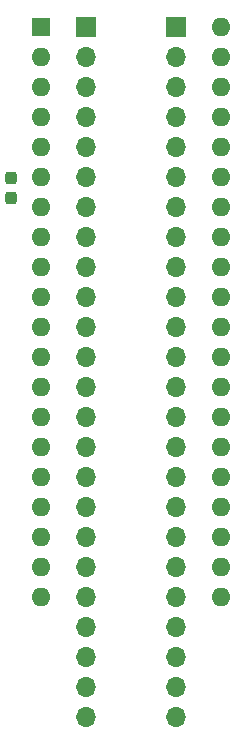
<source format=gbr>
G04 #@! TF.GenerationSoftware,KiCad,Pcbnew,8.0.4+dfsg-1*
G04 #@! TF.CreationDate,2025-02-23T14:04:17+09:00*
G04 #@! TF.ProjectId,bionic-mc68hc05c0,62696f6e-6963-42d6-9d63-363868633035,1*
G04 #@! TF.SameCoordinates,Original*
G04 #@! TF.FileFunction,Soldermask,Bot*
G04 #@! TF.FilePolarity,Negative*
%FSLAX46Y46*%
G04 Gerber Fmt 4.6, Leading zero omitted, Abs format (unit mm)*
G04 Created by KiCad (PCBNEW 8.0.4+dfsg-1) date 2025-02-23 14:04:17*
%MOMM*%
%LPD*%
G01*
G04 APERTURE LIST*
G04 Aperture macros list*
%AMRoundRect*
0 Rectangle with rounded corners*
0 $1 Rounding radius*
0 $2 $3 $4 $5 $6 $7 $8 $9 X,Y pos of 4 corners*
0 Add a 4 corners polygon primitive as box body*
4,1,4,$2,$3,$4,$5,$6,$7,$8,$9,$2,$3,0*
0 Add four circle primitives for the rounded corners*
1,1,$1+$1,$2,$3*
1,1,$1+$1,$4,$5*
1,1,$1+$1,$6,$7*
1,1,$1+$1,$8,$9*
0 Add four rect primitives between the rounded corners*
20,1,$1+$1,$2,$3,$4,$5,0*
20,1,$1+$1,$4,$5,$6,$7,0*
20,1,$1+$1,$6,$7,$8,$9,0*
20,1,$1+$1,$8,$9,$2,$3,0*%
G04 Aperture macros list end*
%ADD10R,1.600000X1.600000*%
%ADD11O,1.600000X1.600000*%
%ADD12O,1.700000X1.700000*%
%ADD13R,1.700000X1.700000*%
%ADD14RoundRect,0.237500X-0.237500X0.300000X-0.237500X-0.300000X0.237500X-0.300000X0.237500X0.300000X0*%
G04 APERTURE END LIST*
D10*
X106080000Y-75080000D03*
D11*
X106080000Y-77620000D03*
X106080000Y-80160000D03*
X106080000Y-82700000D03*
X106080000Y-85240000D03*
X106080000Y-87780000D03*
X106080000Y-90320000D03*
X106080000Y-92860000D03*
X106080000Y-95400000D03*
X106080000Y-97940000D03*
X106080000Y-100480000D03*
X106080000Y-103020000D03*
X106080000Y-105560000D03*
X106080000Y-108100000D03*
X106080000Y-110640000D03*
X106080000Y-113180000D03*
X106080000Y-115720000D03*
X106080000Y-118260000D03*
X106080000Y-120800000D03*
X106080000Y-123340000D03*
X121320000Y-123340000D03*
X121320000Y-120800000D03*
X121320000Y-118260000D03*
X121320000Y-115720000D03*
X121320000Y-113180000D03*
X121320000Y-110640000D03*
X121320000Y-108100000D03*
X121320000Y-105560000D03*
X121320000Y-103020000D03*
X121320000Y-100480000D03*
X121320000Y-97940000D03*
X121320000Y-95400000D03*
X121320000Y-92860000D03*
X121320000Y-90320000D03*
X121320000Y-87780000D03*
X121320000Y-85240000D03*
X121320000Y-82700000D03*
X121320000Y-80160000D03*
X121320000Y-77620000D03*
X121320000Y-75080000D03*
D12*
X117510000Y-133500000D03*
X117510000Y-130960000D03*
X117510000Y-128420000D03*
X117510000Y-125880000D03*
X117510000Y-123340000D03*
X117510000Y-120800000D03*
X117510000Y-118260000D03*
X117510000Y-115720000D03*
X117510000Y-113180000D03*
X117510000Y-110640000D03*
X117510000Y-108100000D03*
X117510000Y-105560000D03*
X117510000Y-103020000D03*
X117510000Y-100480000D03*
X117510000Y-97940000D03*
X117510000Y-95400000D03*
X117510000Y-92860000D03*
X117510000Y-90320000D03*
X117510000Y-87780000D03*
X117510000Y-85240000D03*
X117510000Y-82700000D03*
X117510000Y-80160000D03*
X117510000Y-77620000D03*
D13*
X117510000Y-75080000D03*
X109890000Y-75080000D03*
D12*
X109890000Y-77620000D03*
X109890000Y-80160000D03*
X109890000Y-82700000D03*
X109890000Y-85240000D03*
X109890000Y-87780000D03*
X109890000Y-90320000D03*
X109890000Y-92860000D03*
X109890000Y-95400000D03*
X109890000Y-97940000D03*
X109890000Y-100480000D03*
X109890000Y-103020000D03*
X109890000Y-105560000D03*
X109890000Y-108100000D03*
X109890000Y-110640000D03*
X109890000Y-113180000D03*
X109890000Y-115720000D03*
X109890000Y-118260000D03*
X109890000Y-120800000D03*
X109890000Y-123340000D03*
X109890000Y-125880000D03*
X109890000Y-128420000D03*
X109890000Y-130960000D03*
X109890000Y-133500000D03*
D14*
X103540000Y-87831900D03*
X103540000Y-89556900D03*
M02*

</source>
